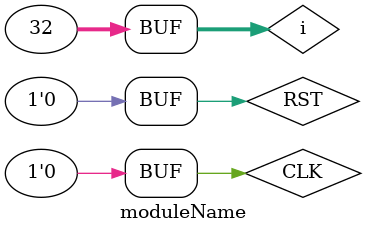
<source format=v>
module moduleName ();

reg CLK;
wire [31:0] OUT;
reg RST;
integer i;
SingleCpu SingleCpu1 (.CLK(CLK), .RST(RST), .OUT(OUT));

initial begin
    RST = 1;
    CLK = 1;
    #5
    CLK = 0;
    #5;
    CLK = 1;
    #5
    RST = 0;
    CLK = 0;
    for(i=0; i<32; i=i+1) begin
        CLK = 1;
        #5
        CLK = 0;
        #5;
    end


end


// always begin
//     #6 CLK=0;
//     #4 CLK=1;
// end

    
endmodule
</source>
